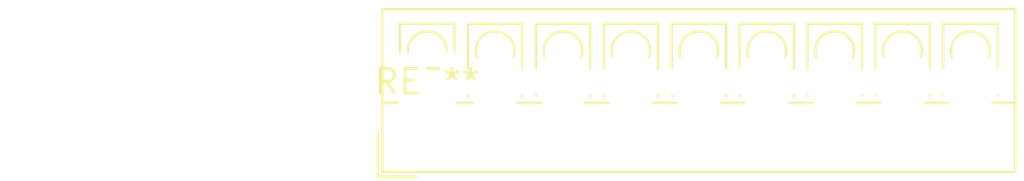
<source format=kicad_pcb>
(kicad_pcb (version 20240108) (generator pcbnew)
  (layers (0 "F.Cu" signal) (31 "B.Cu" signal) (34 "B.Paste" user) (35 "F.Paste" user) (36 "B.SilkS" user "B.Silkscreen") (37 "F.SilkS" user "F.Silkscreen") (38 "B.Mask" user) (39 "F.Mask" user) (44 "Edge.Cuts" user))
  (net 0 "")
  (footprint "TerminalBlock_4Ucon_1x09_P3.50mm_Vertical" (layer "F.Cu") (at 0 0)
    (property "Reference" "REF**")
    (property "Value" "TerminalBlock_4Ucon_1x09_P3.50mm_Vertical")
    (fp_line (start -2.55 2.66) (end -2.55 4.9) (layer "F.SilkS") (stroke (width 0.12)))
    (fp_line (start -2.55 4.9) (end -0.55 4.9) (layer "F.SilkS") (stroke (width 0.12)))
    (fp_line (start -2.31 -3.76) (end -2.31 4.66) (layer "F.SilkS") (stroke (width 0.12)))
    (fp_line (start -2.31 -3.76) (end 30.31 -3.76) (layer "F.SilkS") (stroke (width 0.12)))
    (fp_line (start -2.31 1.101) (end -1.54 1.101) (layer "F.SilkS") (stroke (width 0.12)))
    (fp_line (start -2.31 4.66) (end 30.31 4.66) (layer "F.SilkS") (stroke (width 0.12)))
    (fp_line (start -1.4 -3) (end -1.4 -1.54) (layer "F.SilkS") (stroke (width 0.12)))
    (fp_line (start -1.4 -3) (end 1.4 -3) (layer "F.SilkS") (stroke (width 0.12)))
    (fp_line (start 1.4 -3) (end 1.4 -1.54) (layer "F.SilkS") (stroke (width 0.12)))
    (fp_line (start 1.54 1.101) (end 2.367 1.101) (layer "F.SilkS") (stroke (width 0.12)))
    (fp_line (start 2.1 -3) (end 2.1 -0.689) (layer "F.SilkS") (stroke (width 0.12)))
    (fp_line (start 2.1 -3) (end 4.9 -3) (layer "F.SilkS") (stroke (width 0.12)))
    (fp_line (start 2.1 0.689) (end 2.1 0.75) (layer "F.SilkS") (stroke (width 0.12)))
    (fp_line (start 2.1 0.75) (end 2.101 0.75) (layer "F.SilkS") (stroke (width 0.12)))
    (fp_line (start 4.634 1.101) (end 5.867 1.101) (layer "F.SilkS") (stroke (width 0.12)))
    (fp_line (start 4.9 -3) (end 4.9 -0.689) (layer "F.SilkS") (stroke (width 0.12)))
    (fp_line (start 4.9 0.689) (end 4.9 0.75) (layer "F.SilkS") (stroke (width 0.12)))
    (fp_line (start 4.9 0.75) (end 4.9 0.75) (layer "F.SilkS") (stroke (width 0.12)))
    (fp_line (start 5.6 -3) (end 5.6 -0.689) (layer "F.SilkS") (stroke (width 0.12)))
    (fp_line (start 5.6 -3) (end 8.4 -3) (layer "F.SilkS") (stroke (width 0.12)))
    (fp_line (start 5.6 0.689) (end 5.6 0.75) (layer "F.SilkS") (stroke (width 0.12)))
    (fp_line (start 5.6 0.75) (end 5.601 0.75) (layer "F.SilkS") (stroke (width 0.12)))
    (fp_line (start 8.134 1.101) (end 9.367 1.101) (layer "F.SilkS") (stroke (width 0.12)))
    (fp_line (start 8.4 -3) (end 8.4 -0.689) (layer "F.SilkS") (stroke (width 0.12)))
    (fp_line (start 8.4 0.689) (end 8.4 0.75) (layer "F.SilkS") (stroke (width 0.12)))
    (fp_line (start 8.4 0.75) (end 8.4 0.75) (layer "F.SilkS") (stroke (width 0.12)))
    (fp_line (start 9.1 -3) (end 9.1 -0.689) (layer "F.SilkS") (stroke (width 0.12)))
    (fp_line (start 9.1 -3) (end 11.9 -3) (layer "F.SilkS") (stroke (width 0.12)))
    (fp_line (start 9.1 0.689) (end 9.1 0.75) (layer "F.SilkS") (stroke (width 0.12)))
    (fp_line (start 9.1 0.75) (end 9.101 0.75) (layer "F.SilkS") (stroke (width 0.12)))
    (fp_line (start 11.634 1.101) (end 12.867 1.101) (layer "F.SilkS") (stroke (width 0.12)))
    (fp_line (start 11.9 -3) (end 11.9 -0.689) (layer "F.SilkS") (stroke (width 0.12)))
    (fp_line (start 11.9 0.689) (end 11.9 0.75) (layer "F.SilkS") (stroke (width 0.12)))
    (fp_line (start 11.9 0.75) (end 11.9 0.75) (layer "F.SilkS") (stroke (width 0.12)))
    (fp_line (start 12.6 -3) (end 12.6 -0.689) (layer "F.SilkS") (stroke (width 0.12)))
    (fp_line (start 12.6 -3) (end 15.4 -3) (layer "F.SilkS") (stroke (width 0.12)))
    (fp_line (start 12.6 0.689) (end 12.6 0.75) (layer "F.SilkS") (stroke (width 0.12)))
    (fp_line (start 12.6 0.75) (end 12.601 0.75) (layer "F.SilkS") (stroke (width 0.12)))
    (fp_line (start 15.134 1.101) (end 16.367 1.101) (layer "F.SilkS") (stroke (width 0.12)))
    (fp_line (start 15.4 -3) (end 15.4 -0.689) (layer "F.SilkS") (stroke (width 0.12)))
    (fp_line (start 15.4 0.689) (end 15.4 0.75) (layer "F.SilkS") (stroke (width 0.12)))
    (fp_line (start 15.4 0.75) (end 15.4 0.75) (layer "F.SilkS") (stroke (width 0.12)))
    (fp_line (start 16.101 -3) (end 16.101 -0.689) (layer "F.SilkS") (stroke (width 0.12)))
    (fp_line (start 16.101 -3) (end 18.9 -3) (layer "F.SilkS") (stroke (width 0.12)))
    (fp_line (start 16.101 0.689) (end 16.101 0.75) (layer "F.SilkS") (stroke (width 0.12)))
    (fp_line (start 16.101 0.75) (end 16.101 0.75) (layer "F.SilkS") (stroke (width 0.12)))
    (fp_line (start 18.634 1.101) (end 19.867 1.101) (layer "F.SilkS") (stroke (width 0.12)))
    (fp_line (start 18.9 -3) (end 18.9 -0.689) (layer "F.SilkS") (stroke (width 0.12)))
    (fp_line (start 18.9 0.689) (end 18.9 0.75) (layer "F.SilkS") (stroke (width 0.12)))
    (fp_line (start 18.9 0.75) (end 18.9 0.75) (layer "F.SilkS") (stroke (width 0.12)))
    (fp_line (start 19.6 -3) (end 19.6 -0.689) (layer "F.SilkS") (stroke (width 0.12)))
    (fp_line (start 19.6 -3) (end 22.4 -3) (layer "F.SilkS") (stroke (width 0.12)))
    (fp_line (start 19.6 0.689) (end 19.6 0.75) (layer "F.SilkS") (stroke (width 0.12)))
    (fp_line (start 19.6 0.75) (end 19.601 0.75) (layer "F.SilkS") (stroke (width 0.12)))
    (fp_line (start 22.134 1.101) (end 23.367 1.101) (layer "F.SilkS") (stroke (width 0.12)))
    (fp_line (start 22.4 -3) (end 22.4 -0.689) (layer "F.SilkS") (stroke (width 0.12)))
    (fp_line (start 22.4 0.689) (end 22.4 0.75) (layer "F.SilkS") (stroke (width 0.12)))
    (fp_line (start 22.4 0.75) (end 22.4 0.75) (layer "F.SilkS") (stroke (width 0.12)))
    (fp_line (start 23.1 -3) (end 23.1 -0.689) (layer "F.SilkS") (stroke (width 0.12)))
    (fp_line (start 23.1 -3) (end 25.9 -3) (layer "F.SilkS") (stroke (width 0.12)))
    (fp_line (start 23.1 0.689) (end 23.1 0.75) (layer "F.SilkS") (stroke (width 0.12)))
    (fp_line (start 23.1 0.75) (end 23.101 0.75) (layer "F.SilkS") (stroke (width 0.12)))
    (fp_line (start 25.634 1.101) (end 26.867 1.101) (layer "F.SilkS") (stroke (width 0.12)))
    (fp_line (start 25.9 -3) (end 25.9 -0.689) (layer "F.SilkS") (stroke (width 0.12)))
    (fp_line (start 25.9 0.689) (end 25.9 0.75) (layer "F.SilkS") (stroke (width 0.12)))
    (fp_line (start 25.9 0.75) (end 25.9 0.75) (layer "F.SilkS") (stroke (width 0.12)))
    (fp_line (start 26.6 -3) (end 26.6 -0.689) (layer "F.SilkS") (stroke (width 0.12)))
    (fp_line (start 26.6 -3) (end 29.4 -3) (layer "F.SilkS") (stroke (width 0.12)))
    (fp_line (start 26.6 0.689) (end 26.6 0.75) (layer "F.SilkS") (stroke (width 0.12)))
    (fp_line (start 26.6 0.75) (end 26.601 0.75) (layer "F.SilkS") (stroke (width 0.12)))
    (fp_line (start 29.134 1.101) (end 30.31 1.101) (layer "F.SilkS") (stroke (width 0.12)))
    (fp_line (start 29.4 -3) (end 29.4 -0.689) (layer "F.SilkS") (stroke (width 0.12)))
    (fp_line (start 29.4 0.689) (end 29.4 0.75) (layer "F.SilkS") (stroke (width 0.12)))
    (fp_line (start 29.4 0.75) (end 29.4 0.75) (layer "F.SilkS") (stroke (width 0.12)))
    (fp_line (start 30.31 -3.76) (end 30.31 4.66) (layer "F.SilkS") (stroke (width 0.12)))
    (fp_arc (start -0.99789 -1.529434) (mid -0.000785 -2.600382) (end 0.998 -1.531) (layer "F.SilkS") (stroke (width 0.12)))
    (fp_arc (start 2.560085 -1.257767) (mid 3.499876 -2.600282) (end 4.44 -1.258) (layer "F.SilkS") (stroke (width 0.12)))
    (fp_arc (start 6.060085 -1.257767) (mid 6.999876 -2.600282) (end 7.94 -1.258) (layer "F.SilkS") (stroke (width 0.12)))
    (fp_arc (start 9.560085 -1.257767) (mid 10.499876 -2.600282) (end 11.44 -1.258) (layer "F.SilkS") (stroke (width 0.12)))
    (fp_arc (start 13.060085 -1.257767) (mid 13.999876 -2.600282) (end 14.94 -1.258) (layer "F.SilkS") (stroke (width 0.12)))
    (fp_arc (start 16.560085 -1.257767) (mid 17.499876 -2.600282) (end 18.44 -1.258) (layer "F.SilkS") (stroke (width 0.12)))
    (fp_arc (start 20.060085 -1.257767) (mid 20.999876 -2.600282) (end 21.94 -1.258) (layer "F.SilkS") (stroke (width 0.12)))
    (fp_arc (start 23.560085 -1.257767) (mid 24.499876 -2.600282) (end 25.44 -1.258) (layer "F.SilkS") (stroke (width 0.12)))
    (fp_arc (start 27.060085 -1.257767) (mid 27.999876 -2.600282) (end 28.94 -1.258) (layer "F.SilkS") (stroke (width 0.12)))
    (pad "1" thru_hole rect (at 0 0) (size 2.6 2.6) (drill 1.3) (layers *.Cu *.Mask) (remove_unused_layers))
    (pad "2" thru_hole circle (at 3.5 0) (size 2.6 2.6) (drill 1.3) (layers *.Cu *.Mask) (remove_unused_layers))
    (pad "3" thru_hole circle (at 7 0) (size 2.6 2.6) (drill 1.3) (layers *.Cu *.Mask) (remove_unused_layers))
    (pad "4" thru_hole circle (at 10.5 0) (size 2.6 2.6) (drill 1.3) (layers *.Cu *.Mask) (remove_unused_layers))
    (pad "5" thru_hole circle (at 14 0) (size 2.6 2.6) (drill 1.3) (layers *.Cu *.Mask) (remove_unused_layers))
    (pad "6" thru_hole circle (at 17.5 0) (size 2.6 2.6) (drill 1.3) (layers *.Cu *.Mask) (remove_unused_layers))
    (pad "7" thru_hole circle (at 21 0) (size 2.6 2.6) (drill 1.3) (layers *.Cu *.Mask) (remove_unused_layers))
    (pad "8" thru_hole circle (at 24.5 0) (size 2.6 2.6) (drill 1.3) (layers *.Cu *.Mask) (remove_unused_layers))
    (pad "9" thru_hole circle (at 28 0) (size 2.6 2.6) (drill 1.3) (layers *.Cu *.Mask) (remove_unused_layers))
  )
)
</source>
